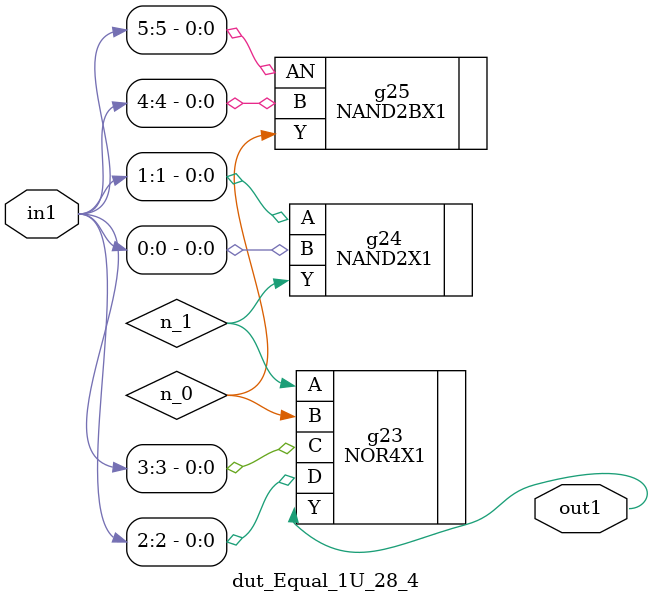
<source format=v>
`timescale 1ps / 1ps


module dut_Equal_1U_28_4(in1, out1);
  input [5:0] in1;
  output out1;
  wire [5:0] in1;
  wire out1;
  wire n_0, n_1;
  NOR4X1 g23(.A (n_1), .B (n_0), .C (in1[3]), .D (in1[2]), .Y (out1));
  NAND2X1 g24(.A (in1[1]), .B (in1[0]), .Y (n_1));
  NAND2BX1 g25(.AN (in1[5]), .B (in1[4]), .Y (n_0));
endmodule



</source>
